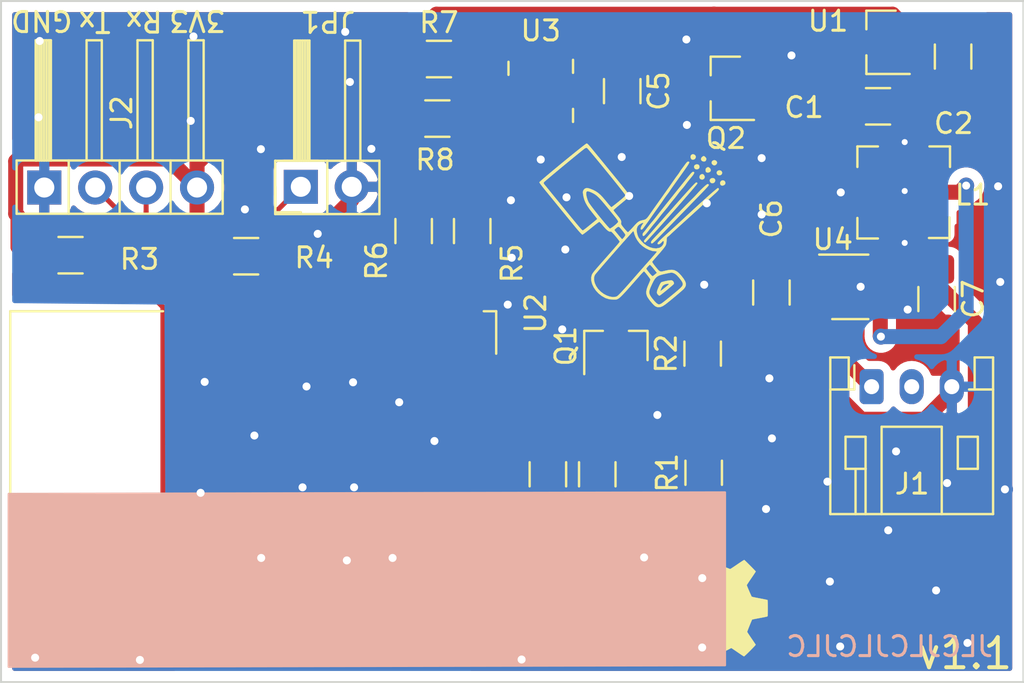
<source format=kicad_pcb>
(kicad_pcb (version 20171130) (host pcbnew "(5.1.5-0-10_14)")
  (layers (0 F.Cu signal hide) (31 B.Cu signal hide) (34 B.Paste user hide) (35 F.Paste user hide) (36 B.SilkS user hide) (37 F.SilkS user hide) (38 B.Mask user hide) (39 F.Mask user hide) (44 Edge.Cuts user))
  (net 0 "")
  (net 1 GND)
  (net 2 "Net-(JP1-Pad1)")
  (net 3 "Net-(R1-Pad2)")
  (net 4 "Net-(R3-Pad2)")
  (net 5 "Net-(U2-Pad1)")
  (net 6 "Net-(R5-Pad2)")
  (net 7 +3V3)
  (net 8 +BATT)
  (net 9 /Rx)
  (net 10 "Net-(C5-Pad1)")
  (net 11 "Net-(Q1-Pad3)")
  (net 12 "Net-(Q1-Pad1)")
  (net 13 "Net-(Q2-Pad1)")
  (net 14 "Net-(R6-Pad1)")
  (net 15 "Net-(R7-Pad2)")
  (net 16 "Net-(R8-Pad2)")
  (net 17 "Net-(J2-Pad2)")
  (net 18 "Net-(L1-Pad1)")
  (module Capacitor_SMD:C_1206_3216Metric_Pad1.42x1.75mm_HandSolder (layer F.Cu) (at 60.25896 28.59582 270)
    (fp_text reference C7 (at 0 -1.82 90) (layer F.SilkS))
    (fp_text value 10uF)
    (pad 2 smd roundrect (at 1.4875 0 270) (size 1.425 1.75) (layers F.Cu F.Paste F.Mask) (roundrect_rratio 0.175439) (net 1 GND))
    (pad 1 smd roundrect (at -1.4875 0 270) (size 1.425 1.75) (layers F.Cu F.Paste F.Mask) (roundrect_rratio 0.175439) (net 7 +3V3))
  )
  (module kicad-custom:ganthorpe-fibre (layer F.Cu) (at 45.43044 24.80012)
    (fp_text reference G*** hide)
    (fp_text value LOGO hide)
  )
  (module kicad-custom:open-hardware (layer F.Cu) (at 48.8188 43.71804)
    (fp_text reference G*** hide)
    (fp_text value LOGO hide)
  )
  (module Connector_PinHeader_2.54mm:PinHeader_1x04_P2.54mm_Horizontal (layer F.Cu) (at 15.748 23.0272 90)
    (fp_text reference J2 (at 3.7338 3.8608 270) (layer F.SilkS))
    (fp_text value UART)
    (pad 1 thru_hole rect (at 0 0 90) (size 1.7 1.7) (drill 1) (layers *.Cu *.Mask) (net 1 GND))
    (pad 2 thru_hole oval (at 0 2.54 90) (size 1.7 1.7) (drill 1) (layers *.Cu *.Mask) (net 17 "Net-(J2-Pad2)"))
    (pad 3 thru_hole oval (at 0 5.08 90) (size 1.7 1.7) (drill 1) (layers *.Cu *.Mask) (net 9 /Rx))
    (pad 4 thru_hole oval (at 0 7.62 90) (size 1.7 1.7) (drill 1) (layers *.Cu *.Mask) (net 7 +3V3))
  )
  (module Connector_PinHeader_2.54mm:PinHeader_1x02_P2.54mm_Horizontal (layer F.Cu) (at 28.54452 22.99164 90)
    (fp_text reference JP1 (at 8.255 1.3462 180 unlocked) (layer F.SilkS))
    (fp_text value Download)
    (pad 1 thru_hole rect (at 0 0 90) (size 1.7 1.7) (drill 1) (layers *.Cu *.Mask) (net 2 "Net-(JP1-Pad1)"))
    (pad 2 thru_hole oval (at 0 2.54 90) (size 1.7 1.7) (drill 1) (layers *.Cu *.Mask) (net 1 GND))
  )
  (module kicad-custom:L_Bourns-SRN4012 (layer F.Cu) (at 58.81724 22.98588)
    (fp_text reference L1 (at 3.24004 0.41216) (layer F.SilkS))
    (fp_text value 10uH)
    (pad 2 smd rect (at 1.175 0.275) (size 1.5 4.2) (layers F.Cu F.Paste F.Mask) (net 7 +3V3))
    (pad 1 smd rect (at -1.525 0.275) (size 1.5 4.2) (layers F.Cu F.Paste F.Mask) (net 18 "Net-(L1-Pad1)"))
  )
  (module Package_TO_SOT_SMD:SOT-23-5 (layer F.Cu) (at 55.95348 27.98532)
    (fp_text reference U4 (at -0.87104 -2.36216) (layer F.SilkS))
    (fp_text value TPS62203)
    (pad 5 smd rect (at 1.1 -0.95) (size 1.06 0.65) (layers F.Cu F.Paste F.Mask) (net 18 "Net-(L1-Pad1)"))
    (pad 4 smd rect (at 1.1 0.95) (size 1.06 0.65) (layers F.Cu F.Paste F.Mask) (net 7 +3V3))
    (pad 3 smd rect (at -1.1 0.95) (size 1.06 0.65) (layers F.Cu F.Paste F.Mask) (net 8 +BATT))
    (pad 2 smd rect (at -1.1 0) (size 1.06 0.65) (layers F.Cu F.Paste F.Mask) (net 1 GND))
    (pad 1 smd rect (at -1.1 -0.95) (size 1.06 0.65) (layers F.Cu F.Paste F.Mask) (net 8 +BATT))
  )
  (module Capacitor_SMD:C_1206_3216Metric_Pad1.42x1.75mm_HandSolder (layer F.Cu) (at 52.0192 28.26882 270)
    (fp_text reference C6 (at -3.67886 0 90) (layer F.SilkS))
    (fp_text value 4.7uF)
    (pad 2 smd roundrect (at 1.4875 0 270) (size 1.425 1.75) (layers F.Cu F.Paste F.Mask) (roundrect_rratio 0.175439) (net 1 GND))
    (pad 1 smd roundrect (at -1.4875 0 270) (size 1.425 1.75) (layers F.Cu F.Paste F.Mask) (roundrect_rratio 0.175439) (net 8 +BATT))
  )
  (module RF_Module:ESP-12E (layer F.Cu) (at 26.17 37.322 90)
    (fp_text reference U2 (at 8.021 14.089 90) (layer F.SilkS))
    (fp_text value ESP-12F)
    (pad 1 smd rect (at -7.6 -3.5 90) (size 2.5 1) (layers F.Cu F.Paste F.Mask) (net 5 "Net-(U2-Pad1)"))
    (pad 2 smd rect (at -7.6 -1.5 90) (size 2.5 1) (layers F.Cu F.Paste F.Mask) (net 3 "Net-(R1-Pad2)"))
    (pad 3 smd rect (at -7.6 0.5 90) (size 2.5 1) (layers F.Cu F.Paste F.Mask) (net 4 "Net-(R3-Pad2)"))
    (pad 4 smd rect (at -7.6 2.5 90) (size 2.5 1) (layers F.Cu F.Paste F.Mask) (net 5 "Net-(U2-Pad1)"))
    (pad 5 smd rect (at -7.6 4.5 90) (size 2.5 1) (layers F.Cu F.Paste F.Mask))
    (pad 6 smd rect (at -7.6 6.5 90) (size 2.5 1) (layers F.Cu F.Paste F.Mask) (net 13 "Net-(Q2-Pad1)"))
    (pad 7 smd rect (at -7.6 8.5 90) (size 2.5 1) (layers F.Cu F.Paste F.Mask) (net 12 "Net-(Q1-Pad1)"))
    (pad 8 smd rect (at -7.6 10.5 90) (size 2.5 1) (layers F.Cu F.Paste F.Mask) (net 7 +3V3))
    (pad 9 smd rect (at -5 12 90) (size 1 1.8) (layers F.Cu F.Paste F.Mask))
    (pad 10 smd rect (at -3 12 90) (size 1 1.8) (layers F.Cu F.Paste F.Mask))
    (pad 11 smd rect (at -1 12 90) (size 1 1.8) (layers F.Cu F.Paste F.Mask))
    (pad 12 smd rect (at 1 12 90) (size 1 1.8) (layers F.Cu F.Paste F.Mask))
    (pad 13 smd rect (at 3 12 90) (size 1 1.8) (layers F.Cu F.Paste F.Mask))
    (pad 14 smd rect (at 5 12 90) (size 1 1.8) (layers F.Cu F.Paste F.Mask))
    (pad 15 smd rect (at 7.6 10.5 90) (size 2.5 1) (layers F.Cu F.Paste F.Mask) (net 1 GND))
    (pad 16 smd rect (at 7.6 8.5 90) (size 2.5 1) (layers F.Cu F.Paste F.Mask) (net 14 "Net-(R6-Pad1)"))
    (pad 17 smd rect (at 7.6 6.5 90) (size 2.5 1) (layers F.Cu F.Paste F.Mask) (net 6 "Net-(R5-Pad2)"))
    (pad 18 smd rect (at 7.6 4.5 90) (size 2.5 1) (layers F.Cu F.Paste F.Mask) (net 2 "Net-(JP1-Pad1)"))
    (pad 19 smd rect (at 7.6 2.5 90) (size 2.5 1) (layers F.Cu F.Paste F.Mask) (net 16 "Net-(R8-Pad2)"))
    (pad 20 smd rect (at 7.6 0.5 90) (size 2.5 1) (layers F.Cu F.Paste F.Mask) (net 15 "Net-(R7-Pad2)"))
    (pad 21 smd rect (at 7.6 -1.5 90) (size 2.5 1) (layers F.Cu F.Paste F.Mask) (net 9 /Rx))
    (pad 22 smd rect (at 7.6 -3.5 90) (size 2.5 1) (layers F.Cu F.Paste F.Mask) (net 17 "Net-(J2-Pad2)"))
  )
  (module Resistor_SMD:R_1206_3216Metric_Pad1.42x1.75mm_HandSolder (layer F.Cu) (at 37.09416 25.2005 90)
    (fp_text reference R6 (at -1.4843 -4.7752 90) (layer F.SilkS))
    (fp_text value 10K)
    (pad 2 smd roundrect (at 1.4875 0 90) (size 1.425 1.75) (layers F.Cu F.Paste F.Mask) (roundrect_rratio 0.175439) (net 1 GND))
    (pad 1 smd roundrect (at -1.4875 0 90) (size 1.425 1.75) (layers F.Cu F.Paste F.Mask) (roundrect_rratio 0.175439) (net 14 "Net-(R6-Pad1)"))
  )
  (module Package_TO_SOT_SMD:SOT-23 (layer F.Cu) (at 49.7492 18.0742 180)
    (fp_text reference Q2 (at 0 -2.5) (layer F.SilkS))
    (fp_text value BSS84)
    (pad 3 smd rect (at 1 0 180) (size 0.9 0.8) (layers F.Cu F.Paste F.Mask) (net 10 "Net-(C5-Pad1)"))
    (pad 2 smd rect (at -1 0.95 180) (size 0.9 0.8) (layers F.Cu F.Paste F.Mask) (net 7 +3V3))
    (pad 1 smd rect (at -1 -0.95 180) (size 0.9 0.8) (layers F.Cu F.Paste F.Mask) (net 13 "Net-(Q2-Pad1)"))
  )
  (module Resistor_SMD:R_1206_3216Metric_Pad1.42x1.75mm_HandSolder (layer F.Cu) (at 35.3568 19.5855)
    (fp_text reference R8 (at -0.11684 2.05994) (layer F.SilkS))
    (fp_text value 10K)
    (pad 2 smd roundrect (at 1.4875 0) (size 1.425 1.75) (layers F.Cu F.Paste F.Mask) (roundrect_rratio 0.175439) (net 16 "Net-(R8-Pad2)"))
    (pad 1 smd roundrect (at -1.4875 0) (size 1.425 1.75) (layers F.Cu F.Paste F.Mask) (roundrect_rratio 0.175439) (net 7 +3V3))
  )
  (module Resistor_SMD:R_1206_3216Metric_Pad1.42x1.75mm_HandSolder (layer F.Cu) (at 35.4346 16.6137)
    (fp_text reference R7 (at 0 -1.82) (layer F.SilkS))
    (fp_text value 10K)
    (pad 2 smd roundrect (at 1.4875 0) (size 1.425 1.75) (layers F.Cu F.Paste F.Mask) (roundrect_rratio 0.175439) (net 15 "Net-(R7-Pad2)"))
    (pad 1 smd roundrect (at -1.4875 0) (size 1.425 1.75) (layers F.Cu F.Paste F.Mask) (roundrect_rratio 0.175439) (net 7 +3V3))
  )
  (module Resistor_SMD:R_1206_3216Metric_Pad1.42x1.75mm_HandSolder (layer F.Cu) (at 34.17316 25.2005 270)
    (fp_text reference R5 (at 1.6113 -4.9022 90) (layer F.SilkS))
    (fp_text value 10K)
    (pad 2 smd roundrect (at 1.4875 0 270) (size 1.425 1.75) (layers F.Cu F.Paste F.Mask) (roundrect_rratio 0.175439) (net 6 "Net-(R5-Pad2)"))
    (pad 1 smd roundrect (at -1.4875 0 270) (size 1.425 1.75) (layers F.Cu F.Paste F.Mask) (roundrect_rratio 0.175439) (net 7 +3V3))
  )
  (module Resistor_SMD:R_1206_3216Metric_Pad1.42x1.75mm_HandSolder (layer F.Cu) (at 25.8175 26.4562)
    (fp_text reference R4 (at 3.3925 0.0762) (layer F.SilkS))
    (fp_text value 10K)
    (pad 2 smd roundrect (at 1.4875 0) (size 1.425 1.75) (layers F.Cu F.Paste F.Mask) (roundrect_rratio 0.175439) (net 2 "Net-(JP1-Pad1)"))
    (pad 1 smd roundrect (at -1.4875 0) (size 1.425 1.75) (layers F.Cu F.Paste F.Mask) (roundrect_rratio 0.175439) (net 7 +3V3))
  )
  (module Resistor_SMD:R_1206_3216Metric_Pad1.42x1.75mm_HandSolder (layer F.Cu) (at 17.0577 26.4054)
    (fp_text reference R3 (at 3.4401 0.2032) (layer F.SilkS))
    (fp_text value 10K)
    (pad 2 smd roundrect (at 1.4875 0) (size 1.425 1.75) (layers F.Cu F.Paste F.Mask) (roundrect_rratio 0.175439) (net 4 "Net-(R3-Pad2)"))
    (pad 1 smd roundrect (at -1.4875 0) (size 1.425 1.75) (layers F.Cu F.Paste F.Mask) (roundrect_rratio 0.175439) (net 7 +3V3))
  )
  (module Package_TO_SOT_SMD:SOT-23 (layer F.Cu) (at 57.51576 15.77804 180)
    (fp_text reference U1 (at 2.67208 1.05664) (layer F.SilkS))
    (fp_text value MCP1700)
    (pad 3 smd rect (at 1 0 180) (size 0.9 0.8) (layers F.Cu F.Paste F.Mask) (net 8 +BATT))
    (pad 2 smd rect (at -1 0.95 180) (size 0.9 0.8) (layers F.Cu F.Paste F.Mask) (net 7 +3V3))
    (pad 1 smd rect (at -1 -0.95 180) (size 0.9 0.8) (layers F.Cu F.Paste F.Mask) (net 1 GND))
  )
  (module Resistor_SMD:R_1206_3216Metric_Pad1.42x1.75mm_HandSolder (layer F.Cu) (at 48.5902 31.3187 90)
    (fp_text reference R2 (at 0 -1.82 90) (layer F.SilkS))
    (fp_text value 100K)
    (pad 2 smd roundrect (at 1.4875 0 90) (size 1.425 1.75) (layers F.Cu F.Paste F.Mask) (roundrect_rratio 0.175439) (net 1 GND))
    (pad 1 smd roundrect (at -1.4875 0 90) (size 1.425 1.75) (layers F.Cu F.Paste F.Mask) (roundrect_rratio 0.175439) (net 3 "Net-(R1-Pad2)"))
  )
  (module Resistor_SMD:R_1206_3216Metric_Pad1.42x1.75mm_HandSolder (layer F.Cu) (at 48.641 37.2655 90)
    (fp_text reference R1 (at 0 -1.82 90) (layer F.SilkS))
    (fp_text value 330K)
    (pad 2 smd roundrect (at 1.4875 0 90) (size 1.425 1.75) (layers F.Cu F.Paste F.Mask) (roundrect_rratio 0.175439) (net 3 "Net-(R1-Pad2)"))
    (pad 1 smd roundrect (at -1.4875 0 90) (size 1.425 1.75) (layers F.Cu F.Paste F.Mask) (roundrect_rratio 0.175439) (net 11 "Net-(Q1-Pad3)"))
  )
  (module Package_TO_SOT_SMD:SOT-23 (layer F.Cu) (at 44.262 30.9426 90)
    (fp_text reference Q1 (at 0 -2.5 90) (layer F.SilkS))
    (fp_text value BSS84)
    (pad 3 smd rect (at 1 0 90) (size 0.9 0.8) (layers F.Cu F.Paste F.Mask) (net 11 "Net-(Q1-Pad3)"))
    (pad 2 smd rect (at -1 0.95 90) (size 0.9 0.8) (layers F.Cu F.Paste F.Mask) (net 8 +BATT))
    (pad 1 smd rect (at -1 -0.95 90) (size 0.9 0.8) (layers F.Cu F.Paste F.Mask) (net 12 "Net-(Q1-Pad1)"))
  )
  (module Capacitor_SMD:C_1206_3216Metric_Pad1.42x1.75mm_HandSolder (layer F.Cu) (at 61.08192 16.49018 270)
    (fp_text reference C2 (at 3.3385 -0.0254 180) (layer F.SilkS))
    (fp_text value 1uF)
    (pad 2 smd roundrect (at 1.4875 0 270) (size 1.425 1.75) (layers F.Cu F.Paste F.Mask) (roundrect_rratio 0.175439) (net 1 GND))
    (pad 1 smd roundrect (at -1.4875 0 270) (size 1.425 1.75) (layers F.Cu F.Paste F.Mask) (roundrect_rratio 0.175439) (net 7 +3V3))
  )
  (module Capacitor_SMD:C_1206_3216Metric_Pad1.42x1.75mm_HandSolder (layer F.Cu) (at 57.33702 18.97336)
    (fp_text reference C1 (at -3.69222 0.05588) (layer F.SilkS))
    (fp_text value 1uF)
    (pad 2 smd roundrect (at 1.4875 0) (size 1.425 1.75) (layers F.Cu F.Paste F.Mask) (roundrect_rratio 0.175439) (net 1 GND))
    (pad 1 smd roundrect (at -1.4875 0) (size 1.425 1.75) (layers F.Cu F.Paste F.Mask) (roundrect_rratio 0.175439) (net 8 +BATT))
  )
  (module Package_DFN_QFN:DFN-6-1EP_3x3mm_P1mm_EP1.5x2.4mm (layer F.Cu) (at 40.513 18.252 90)
    (fp_text reference U3 (at 3.048 0 180) (layer F.SilkS))
    (fp_text value Si7021)
    (pad 1 smd roundrect (at -1.7 -1 90) (size 1.3 0.4) (layers F.Cu F.Paste F.Mask) (net 16 "Net-(R8-Pad2)"))
    (pad 2 smd roundrect (at -1.7 0 90) (size 1.3 0.4) (layers F.Cu F.Paste F.Mask) (net 1 GND))
    (pad 3 smd roundrect (at -1.7 1 90) (size 1.3 0.4) (layers F.Cu F.Paste F.Mask))
    (pad 4 smd roundrect (at 1.7 1 90) (size 1.3 0.4) (layers F.Cu F.Paste F.Mask))
    (pad 5 smd roundrect (at 1.7 0 90) (size 1.3 0.4) (layers F.Cu F.Paste F.Mask) (net 10 "Net-(C5-Pad1)"))
    (pad 6 smd roundrect (at 1.7 -1 90) (size 1.3 0.4) (layers F.Cu F.Paste F.Mask) (net 15 "Net-(R7-Pad2)"))
    (pad 7 smd rect (at 0 0 90) (size 1.5 3.9) (layers F.Cu F.Mask))
  )
  (module Capacitor_SMD:C_1206_3216Metric_Pad1.42x1.75mm_HandSolder (layer F.Cu) (at 40.8686 37.3417 90)
    (fp_text reference C3 (at -3.5925 -0.0508 90) (layer F.SilkS))
    (fp_text value 0.1uF)
    (pad 2 smd roundrect (at 1.4875 0 90) (size 1.425 1.75) (layers F.Cu F.Paste F.Mask) (roundrect_rratio 0.175439) (net 1 GND))
    (pad 1 smd roundrect (at -1.4875 0 90) (size 1.425 1.75) (layers F.Cu F.Paste F.Mask) (roundrect_rratio 0.175439) (net 7 +3V3))
  )
  (module Capacitor_SMD:C_1206_3216Metric_Pad1.42x1.75mm_HandSolder (layer F.Cu) (at 43.3324 37.3417 90)
    (fp_text reference C4 (at -3.4147 0.1016 90) (layer F.SilkS))
    (fp_text value 10uF)
    (pad 2 smd roundrect (at 1.4875 0 90) (size 1.425 1.75) (layers F.Cu F.Paste F.Mask) (roundrect_rratio 0.175439) (net 1 GND))
    (pad 1 smd roundrect (at -1.4875 0 90) (size 1.425 1.75) (layers F.Cu F.Paste F.Mask) (roundrect_rratio 0.175439) (net 7 +3V3))
  )
  (module Capacitor_SMD:C_1206_3216Metric_Pad1.42x1.75mm_HandSolder (layer F.Cu) (at 44.577 18.2155 270)
    (fp_text reference C5 (at 0 -1.82 90) (layer F.SilkS))
    (fp_text value 0.1uF)
    (pad 1 smd roundrect (at -1.4875 0 270) (size 1.425 1.75) (layers F.Cu F.Paste F.Mask) (roundrect_rratio 0.175439) (net 10 "Net-(C5-Pad1)"))
    (pad 2 smd roundrect (at 1.4875 0 270) (size 1.425 1.75) (layers F.Cu F.Paste F.Mask) (roundrect_rratio 0.175439) (net 1 GND))
  )
  (module Connector_JST:JST_PH_S3B-PH-K_1x03_P2.00mm_Horizontal (layer F.Cu) (at 57.01588 32.96876)
    (fp_text reference J1 (at 2.02184 4.85648) (layer F.SilkS))
    (fp_text value Battery)
    (pad 1 thru_hole roundrect (at 0 0) (size 1.2 1.75) (drill 0.75) (layers *.Cu *.Mask) (roundrect_rratio 0.208333) (net 8 +BATT))
    (pad 2 thru_hole oval (at 2 0) (size 1.2 1.75) (drill 0.75) (layers *.Cu *.Mask))
    (pad 3 thru_hole oval (at 4 0) (size 1.2 1.75) (drill 0.75) (layers *.Cu *.Mask) (net 1 GND))
  )
  (gr_poly (pts (xy 49.7078 46.8778) (xy 13.97 46.954) (xy 13.97 38.318) (xy 49.7078 38.2418)) (layer B.SilkS) (width 0.1))
  (gr_text JLCJLCJLCJLC (at 57.912 45.938) (layer B.SilkS) (effects (font (size 1 1) (thickness 0.153)) (justify mirror)))
  (gr_text v1.1 (at 61.66612 46.28852) (layer F.SilkS) (effects (font (size 1.5 1.5) (thickness 0.2))))
  (gr_text 3V3 (at 23.368 14.696 180) (layer F.SilkS) (effects (font (size 1 1) (thickness 0.153))))
  (gr_text GND (at 15.621 14.696 180) (layer F.SilkS) (effects (font (size 1 1) (thickness 0.153))))
  (gr_text Tx (at 18.2626 14.7468 180) (layer F.SilkS) (effects (font (size 1 1) (thickness 0.153))))
  (gr_text Rx (at 20.7264 14.7214 180) (layer F.SilkS) (effects (font (size 1 1) (thickness 0.153))))
  (gr_line (start 13.589 13.716) (end 64.589 13.716) (layer Edge.Cuts) (width 0.1))
  (gr_line (start 64.589 13.716) (end 64.589 47.716) (layer Edge.Cuts) (width 0.1))
  (gr_line (start 13.589 47.716) (end 64.589 47.716) (layer Edge.Cuts) (width 0.1))
  (gr_line (start 13.589 13.716) (end 13.589 47.716) (layer Edge.Cuts) (width 0.1))
  (via (at 63.32728 22.96624) (size 0.8) (drill 0.4) (layers F.Cu B.Cu) (net 1))
  (segment (start 37.34816 23.459) (end 37.09416 23.713) (width 0.75) (layer F.Cu) (net 1))
  (segment (start 44.704 19.83) (end 44.577 19.703) (width 0.75) (layer F.Cu) (net 1))
  (segment (start 37.22116 23.586) (end 37.09416 23.713) (width 0.75) (layer F.Cu) (net 1))
  (segment (start 38.005002 29.722) (end 37.92 29.722) (width 0.75) (layer F.Cu) (net 1))
  (segment (start 42.0243 33.741298) (end 38.005002 29.722) (width 0.75) (layer F.Cu) (net 1))
  (via (at 44.5516 21.5032) (size 0.8) (drill 0.4) (layers F.Cu B.Cu) (net 1))
  (via (at 39.02456 23.6622) (size 0.8) (drill 0.4) (layers F.Cu B.Cu) (net 1))
  (via (at 40.513 21.6302) (size 0.8) (drill 0.4) (layers F.Cu B.Cu) (net 1))
  (segment (start 36.67 29.722) (end 37.92 29.722) (width 0.75) (layer F.Cu) (net 1))
  (segment (start 40.513 21.6302) (end 40.513 19.952) (width 0.75) (layer F.Cu) (net 1))
  (segment (start 44.577 21.4778) (end 44.5516 21.5032) (width 0.75) (layer F.Cu) (net 1))
  (segment (start 44.577 19.703) (end 44.577 21.4778) (width 0.75) (layer F.Cu) (net 1))
  (segment (start 38.97376 23.713) (end 39.02456 23.6622) (width 0.75) (layer F.Cu) (net 1))
  (segment (start 37.09416 23.713) (end 38.97376 23.713) (width 0.75) (layer F.Cu) (net 1))
  (via (at 48.6664 27.8786) (size 0.8) (drill 0.4) (layers F.Cu B.Cu) (net 1))
  (segment (start 48.6664 29.755) (end 48.5902 29.8312) (width 0.75) (layer F.Cu) (net 1))
  (segment (start 48.6664 27.8786) (end 48.6664 29.755) (width 0.75) (layer F.Cu) (net 1))
  (via (at 29.3878 25.3386) (size 0.8) (drill 0.4) (layers F.Cu B.Cu) (net 1))
  (via (at 61.7982 45.7602) (size 0.8) (drill 0.4) (layers F.Cu B.Cu) (net 1))
  (via (at 48.5648 45.9888) (size 0.8) (drill 0.4) (layers F.Cu B.Cu) (net 1))
  (via (at 33.1216 41.5184) (size 0.8) (drill 0.4) (layers F.Cu B.Cu) (net 1))
  (via (at 26.5684 41.5184) (size 0.8) (drill 0.4) (layers F.Cu B.Cu) (net 1))
  (via (at 23.749 32.73) (size 0.8) (drill 0.4) (layers F.Cu B.Cu) (net 1))
  (via (at 33.4518 33.746) (size 0.8) (drill 0.4) (layers F.Cu B.Cu) (net 1))
  (via (at 23.5458 38.2672) (size 0.8) (drill 0.4) (layers F.Cu B.Cu) (net 1))
  (via (at 28.829 32.9586) (size 0.8) (drill 0.4) (layers F.Cu B.Cu) (net 1))
  (via (at 15.5194 15.712) (size 0.8) (drill 0.4) (layers F.Cu B.Cu) (net 1))
  (via (at 23.1902 15.4834) (size 0.8) (drill 0.4) (layers F.Cu B.Cu) (net 1))
  (via (at 30.7594 15.2548) (size 0.8) (drill 0.4) (layers F.Cu B.Cu) (net 1))
  (via (at 26.55316 21.11204) (size 0.8) (drill 0.4) (layers F.Cu B.Cu) (net 1))
  (via (at 48.7934 23.8146) (size 0.8) (drill 0.4) (layers F.Cu B.Cu) (net 1))
  (via (at 55.4482 45.938) (size 0.8) (drill 0.4) (layers F.Cu B.Cu) (net 1))
  (via (at 15.2908 46.4968) (size 0.8) (drill 0.4) (layers F.Cu B.Cu) (net 1))
  (segment (start 40.8686 34.896998) (end 40.8686 35.8542) (width 0.75) (layer F.Cu) (net 1))
  (segment (start 42.0243 33.741298) (end 40.8686 34.896998) (width 0.75) (layer F.Cu) (net 1))
  (segment (start 43.3324 35.049398) (end 43.3324 35.8542) (width 0.75) (layer F.Cu) (net 1))
  (segment (start 42.0243 33.741298) (end 43.3324 35.049398) (width 0.75) (layer F.Cu) (net 1))
  (via (at 45.6692 41.493) (size 0.8) (drill 0.4) (layers F.Cu B.Cu) (net 1))
  (via (at 51.9176 32.5522) (size 0.8) (drill 0.4) (layers F.Cu B.Cu) (net 1))
  (via (at 46.3296 34.381) (size 0.8) (drill 0.4) (layers F.Cu B.Cu) (net 1))
  (via (at 47.7774 15.6358) (size 0.8) (drill 0.4) (layers F.Cu B.Cu) (net 1))
  (segment (start 59.22076 17.0368) (end 58.912 16.72804) (width 0.75) (layer F.Cu) (net 1))
  (segment (start 59.22076 18.97336) (end 59.22076 17.0368) (width 0.75) (layer F.Cu) (net 1))
  (via (at 53.01996 16.43336) (size 0.8) (drill 0.4) (layers F.Cu B.Cu) (net 1))
  (via (at 54.8132 37.7084) (size 0.8) (drill 0.4) (layers F.Cu B.Cu) (net 1))
  (via (at 60.7822 37.77952) (size 0.8) (drill 0.4) (layers F.Cu B.Cu) (net 1))
  (segment (start 31.08452 23.64188) (end 31.08452 22.99164) (width 0.75) (layer F.Cu) (net 1))
  (segment (start 29.3878 25.3386) (end 31.08452 23.64188) (width 0.75) (layer F.Cu) (net 1))
  (via (at 56.46928 27.9802) (size 0.8) (drill 0.4) (layers F.Cu B.Cu) (net 1))
  (segment (start 58.554721 28.857841) (end 58.81562 29.11874) (width 0.75) (layer F.Cu) (net 1))
  (segment (start 58.554721 28.150319) (end 58.554721 28.857841) (width 0.75) (layer F.Cu) (net 1))
  (segment (start 59.7802 30.08332) (end 60.6552 30.08332) (width 0.75) (layer F.Cu) (net 1))
  (segment (start 60.16164 17.97768) (end 58.912 16.72804) (width 0.75) (layer F.Cu) (net 1))
  (segment (start 61.47816 17.97768) (end 60.16164 17.97768) (width 0.75) (layer F.Cu) (net 1))
  (segment (start 61.01588 30.444) (end 60.6552 30.08332) (width 0.75) (layer F.Cu) (net 1))
  (segment (start 61.01588 32.96876) (end 61.01588 30.444) (width 0.75) (layer F.Cu) (net 1))
  (segment (start 61.01588 33.24376) (end 61.01588 32.96876) (width 0.75) (layer F.Cu) (net 1))
  (segment (start 59.66588 34.59376) (end 61.01588 33.24376) (width 0.75) (layer F.Cu) (net 1))
  (segment (start 56.499136 34.59376) (end 59.66588 34.59376) (width 0.75) (layer F.Cu) (net 1))
  (segment (start 52.41544 30.510064) (end 56.499136 34.59376) (width 0.75) (layer F.Cu) (net 1))
  (segment (start 52.41544 29.75632) (end 52.41544 30.510064) (width 0.75) (layer F.Cu) (net 1))
  (segment (start 38.01654 29.722) (end 38.466532 29.272008) (width 0.75) (layer F.Cu) (net 1))
  (segment (start 37.92 29.722) (end 38.01654 29.722) (width 0.75) (layer F.Cu) (net 1))
  (via (at 38.866531 28.872009) (size 0.8) (drill 0.4) (layers F.Cu B.Cu) (net 1))
  (segment (start 38.466532 29.272008) (end 38.866531 28.872009) (width 0.75) (layer F.Cu) (net 1))
  (via (at 55.47868 23.27104) (size 0.8) (drill 0.4) (layers F.Cu B.Cu) (net 1))
  (segment (start 56.46416 27.98532) (end 56.46928 27.9802) (width 0.75) (layer F.Cu) (net 1))
  (segment (start 55.24972 27.98532) (end 56.46416 27.98532) (width 0.75) (layer F.Cu) (net 1))
  (segment (start 58.384602 27.9802) (end 58.439721 28.035319) (width 0.75) (layer F.Cu) (net 1))
  (segment (start 56.46928 27.9802) (end 58.384602 27.9802) (width 0.75) (layer F.Cu) (net 1))
  (segment (start 58.667239 27.697563) (end 58.384602 27.9802) (width 0.75) (layer F.Cu) (net 1))
  (segment (start 58.667239 20.005641) (end 58.667239 20.758121) (width 0.75) (layer F.Cu) (net 1))
  (segment (start 58.82452 19.84836) (end 58.667239 20.005641) (width 0.75) (layer F.Cu) (net 1))
  (segment (start 58.82452 18.97336) (end 58.82452 19.84836) (width 0.75) (layer F.Cu) (net 1))
  (segment (start 58.667239 20.758121) (end 58.667239 23.201601) (width 0.75) (layer F.Cu) (net 1))
  (via (at 58.667239 20.758121) (size 0.6) (drill 0.3) (layers F.Cu B.Cu) (net 1))
  (segment (start 58.667239 25.792401) (end 58.667239 27.697563) (width 0.75) (layer F.Cu) (net 1))
  (via (at 58.667239 25.792401) (size 0.6) (drill 0.3) (layers F.Cu B.Cu) (net 1))
  (segment (start 58.667239 23.201601) (end 58.667239 25.792401) (width 0.75) (layer F.Cu) (net 1))
  (via (at 58.667239 23.201601) (size 0.6) (drill 0.3) (layers F.Cu B.Cu) (net 1))
  (via (at 51.53152 21.55908) (size 0.8) (drill 0.4) (layers F.Cu B.Cu) (net 1))
  (via (at 51.53152 24.3734) (size 0.8) (drill 0.4) (layers F.Cu B.Cu) (net 1))
  (via (at 60.23356 43.13892) (size 0.8) (drill 0.4) (layers F.Cu B.Cu) (net 1))
  (via (at 54.93512 42.69696) (size 0.8) (drill 0.4) (layers F.Cu B.Cu) (net 1))
  (via (at 48.56988 42.52424) (size 0.8) (drill 0.4) (layers F.Cu B.Cu) (net 1))
  (via (at 57.84596 40.13664) (size 0.8) (drill 0.4) (layers F.Cu B.Cu) (net 1))
  (via (at 51.74996 39.07492) (size 0.8) (drill 0.4) (layers F.Cu B.Cu) (net 1))
  (via (at 39.55796 46.58824) (size 0.8) (drill 0.4) (layers F.Cu B.Cu) (net 1))
  (via (at 63.66764 38.09448) (size 0.8) (drill 0.4) (layers F.Cu B.Cu) (net 1))
  (via (at 63.43396 27.74144) (size 0.8) (drill 0.4) (layers F.Cu B.Cu) (net 1))
  (via (at 39.0652 26.5324) (size 0.8) (drill 0.4) (layers F.Cu B.Cu) (net 1))
  (via (at 41.73728 26.12092) (size 0.8) (drill 0.4) (layers F.Cu B.Cu) (net 1))
  (via (at 44.92244 23.44884) (size 0.8) (drill 0.4) (layers F.Cu B.Cu) (net 1))
  (via (at 47.8028 19.903) (size 0.8) (drill 0.4) (layers F.Cu B.Cu) (net 1))
  (via (at 35.20948 35.68148) (size 0.8) (drill 0.4) (layers F.Cu B.Cu) (net 1))
  (via (at 28.63088 37.99288) (size 0.8) (drill 0.4) (layers F.Cu B.Cu) (net 1))
  (via (at 30.84068 41.64032) (size 0.8) (drill 0.4) (layers F.Cu B.Cu) (net 1))
  (via (at 31.20136 37.99288) (size 0.8) (drill 0.4) (layers F.Cu B.Cu) (net 1))
  (via (at 31.15056 32.75032) (size 0.8) (drill 0.4) (layers F.Cu B.Cu) (net 1))
  (via (at 15.46352 19.522) (size 0.8) (drill 0.4) (layers F.Cu B.Cu) (net 1))
  (via (at 23.05304 19.6998) (size 0.8) (drill 0.4) (layers F.Cu B.Cu) (net 1))
  (via (at 30.99308 17.75924) (size 0.8) (drill 0.4) (layers F.Cu B.Cu) (net 1))
  (via (at 41.58488 30.10872) (size 0.8) (drill 0.4) (layers F.Cu B.Cu) (net 1))
  (via (at 26.22804 35.40716) (size 0.8) (drill 0.4) (layers F.Cu B.Cu) (net 1))
  (segment (start 58.81562 29.11874) (end 59.7802 30.08332) (width 0.75) (layer F.Cu) (net 1))
  (via (at 58.81562 29.11874) (size 0.8) (drill 0.4) (layers F.Cu B.Cu) (net 1))
  (via (at 58.23712 36.19964) (size 0.8) (drill 0.4) (layers F.Cu B.Cu) (net 1))
  (via (at 52.0446 35.5494) (size 0.8) (drill 0.4) (layers F.Cu B.Cu) (net 1))
  (via (at 20.51812 46.60856) (size 0.8) (drill 0.4) (layers F.Cu B.Cu) (net 1))
  (via (at 25.7556 24.1194) (size 0.8) (drill 0.4) (layers F.Cu B.Cu) (net 1))
  (via (at 32.06496 21.0968) (size 0.8) (drill 0.4) (layers F.Cu B.Cu) (net 1))
  (via (at 41.79824 23.51488) (size 0.8) (drill 0.4) (layers F.Cu B.Cu) (net 1))
  (segment (start 30.8229 29.5691) (end 30.67 29.722) (width 0.25) (layer F.Cu) (net 2))
  (segment (start 25.844999 27.203701) (end 26.5925 26.4562) (width 0.25) (layer F.Cu) (net 2))
  (segment (start 25.844999 31.232001) (end 25.844999 27.203701) (width 0.25) (layer F.Cu) (net 2))
  (segment (start 25.909999 31.297001) (end 25.844999 31.232001) (width 0.25) (layer F.Cu) (net 2))
  (segment (start 29.430001 31.297001) (end 25.909999 31.297001) (width 0.25) (layer F.Cu) (net 2))
  (segment (start 26.5925 26.4562) (end 27.305 26.4562) (width 0.25) (layer F.Cu) (net 2))
  (segment (start 29.495001 31.232001) (end 29.430001 31.297001) (width 0.25) (layer F.Cu) (net 2))
  (segment (start 30.659999 31.232001) (end 29.495001 31.232001) (width 0.25) (layer F.Cu) (net 2))
  (segment (start 30.67 31.222) (end 30.659999 31.232001) (width 0.25) (layer F.Cu) (net 2))
  (segment (start 30.67 29.722) (end 30.67 31.222) (width 0.25) (layer F.Cu) (net 2))
  (segment (start 27.305 24.23116) (end 28.54452 22.99164) (width 0.25) (layer F.Cu) (net 2))
  (segment (start 27.305 26.4562) (end 27.305 24.23116) (width 0.25) (layer F.Cu) (net 2))
  (segment (start 48.641 32.857) (end 48.5902 32.8062) (width 0.25) (layer F.Cu) (net 3))
  (segment (start 48.641 35.778) (end 48.641 32.857) (width 0.25) (layer F.Cu) (net 3))
  (segment (start 48.641 36.4905) (end 47.33981 37.79169) (width 0.25) (layer F.Cu) (net 3))
  (segment (start 40.00542 37.79169) (end 39.395001 38.402109) (width 0.25) (layer F.Cu) (net 3))
  (segment (start 47.33981 37.79169) (end 40.00542 37.79169) (width 0.25) (layer F.Cu) (net 3))
  (segment (start 48.641 35.778) (end 48.641 36.4905) (width 0.25) (layer F.Cu) (net 3))
  (segment (start 24.67 43.422) (end 24.67 44.922) (width 0.25) (layer F.Cu) (net 3))
  (segment (start 24.745001 43.346999) (end 24.67 43.422) (width 0.25) (layer F.Cu) (net 3))
  (segment (start 29.430001 43.346999) (end 24.745001 43.346999) (width 0.25) (layer F.Cu) (net 3))
  (segment (start 29.844999 43.761997) (end 29.430001 43.346999) (width 0.25) (layer F.Cu) (net 3))
  (segment (start 29.909999 46.497001) (end 29.844999 46.432001) (width 0.25) (layer F.Cu) (net 3))
  (segment (start 35.430001 46.497001) (end 29.909999 46.497001) (width 0.25) (layer F.Cu) (net 3))
  (segment (start 35.495001 46.432001) (end 35.430001 46.497001) (width 0.25) (layer F.Cu) (net 3))
  (segment (start 35.495001 41.011997) (end 35.495001 46.432001) (width 0.25) (layer F.Cu) (net 3))
  (segment (start 37.009999 39.496999) (end 35.495001 41.011997) (width 0.25) (layer F.Cu) (net 3))
  (segment (start 38.980003 39.496999) (end 37.009999 39.496999) (width 0.25) (layer F.Cu) (net 3))
  (segment (start 29.844999 46.432001) (end 29.844999 43.761997) (width 0.25) (layer F.Cu) (net 3))
  (segment (start 39.395001 39.082001) (end 38.980003 39.496999) (width 0.25) (layer F.Cu) (net 3))
  (segment (start 39.395001 38.402109) (end 39.395001 39.082001) (width 0.25) (layer F.Cu) (net 3))
  (segment (start 21.2344 28.5644) (end 21.6662 28.9962) (width 0.25) (layer F.Cu) (net 4))
  (segment (start 26.67 46.422) (end 26.67 44.922) (width 0.25) (layer F.Cu) (net 4))
  (segment (start 26.594999 46.497001) (end 26.67 46.422) (width 0.25) (layer F.Cu) (net 4))
  (segment (start 23.844999 46.432001) (end 23.909999 46.497001) (width 0.25) (layer F.Cu) (net 4))
  (segment (start 23.844999 42.097) (end 23.844999 46.432001) (width 0.25) (layer F.Cu) (net 4))
  (segment (start 21.6662 39.9182) (end 23.844999 42.097) (width 0.25) (layer F.Cu) (net 4))
  (segment (start 21.6662 28.9962) (end 21.6662 39.9182) (width 0.25) (layer F.Cu) (net 4))
  (segment (start 23.909999 46.497001) (end 26.594999 46.497001) (width 0.25) (layer F.Cu) (net 4))
  (segment (start 18.5452 27.2804) (end 18.5452 26.4054) (width 0.25) (layer F.Cu) (net 4))
  (segment (start 19.8292 28.5644) (end 18.5452 27.2804) (width 0.25) (layer F.Cu) (net 4))
  (segment (start 21.2344 28.5644) (end 19.8292 28.5644) (width 0.25) (layer F.Cu) (net 4))
  (segment (start 23.195012 46.947012) (end 22.67 46.422) (width 0.25) (layer F.Cu) (net 5))
  (segment (start 28.67 44.922) (end 28.67 46.422) (width 0.25) (layer F.Cu) (net 5))
  (segment (start 28.67 46.422) (end 28.144988 46.947012) (width 0.25) (layer F.Cu) (net 5))
  (segment (start 28.144988 46.947012) (end 23.195012 46.947012) (width 0.25) (layer F.Cu) (net 5))
  (segment (start 22.67 46.422) (end 22.67 44.922) (width 0.25) (layer F.Cu) (net 5))
  (segment (start 33.29816 26.688) (end 34.17316 26.688) (width 0.25) (layer F.Cu) (net 6))
  (segment (start 32.67 27.31616) (end 33.29816 26.688) (width 0.25) (layer F.Cu) (net 6))
  (segment (start 32.67 29.722) (end 32.67 27.31616) (width 0.25) (layer F.Cu) (net 6))
  (via (at 61.73216 22.93068) (size 0.8) (drill 0.4) (layers F.Cu B.Cu) (net 7))
  (via (at 57.4802 30.4694) (size 0.8) (drill 0.4) (layers F.Cu B.Cu) (net 7))
  (segment (start 33.9471 19.5077) (end 33.8693 19.5855) (width 0.75) (layer F.Cu) (net 7))
  (segment (start 33.9471 16.6137) (end 33.9471 19.5077) (width 0.75) (layer F.Cu) (net 7))
  (segment (start 34.15726 23.6971) (end 34.17316 23.713) (width 0.75) (layer F.Cu) (net 7))
  (segment (start 33.1568 19.5855) (end 33.8693 19.5855) (width 0.75) (layer F.Cu) (net 7))
  (segment (start 25.607619 19.5855) (end 33.1568 19.5855) (width 0.75) (layer F.Cu) (net 7))
  (segment (start 23.368 21.825119) (end 25.607619 19.5855) (width 0.75) (layer F.Cu) (net 7))
  (segment (start 23.368 23.0272) (end 23.368 21.825119) (width 0.75) (layer F.Cu) (net 7))
  (segment (start 23.368 25.4942) (end 24.33 26.4562) (width 0.75) (layer F.Cu) (net 7))
  (segment (start 23.368 23.0272) (end 23.368 25.4942) (width 0.75) (layer F.Cu) (net 7))
  (segment (start 36.67 44.922) (end 37.92 44.922) (width 0.75) (layer F.Cu) (net 7))
  (segment (start 50.7492 17.1242) (end 50.7492 15.9742) (width 0.75) (layer F.Cu) (net 7))
  (segment (start 50.7492 15.9742) (end 49.15198 14.37698) (width 0.75) (layer F.Cu) (net 7))
  (segment (start 49.15198 14.37698) (end 35.30882 14.37698) (width 0.75) (layer F.Cu) (net 7))
  (segment (start 33.9471 15.7387) (end 33.9471 16.6137) (width 0.75) (layer F.Cu) (net 7))
  (segment (start 35.30882 14.37698) (end 33.9471 15.7387) (width 0.75) (layer F.Cu) (net 7))
  (segment (start 40.8686 39.5417) (end 42.0243 40.6974) (width 0.75) (layer F.Cu) (net 7))
  (segment (start 40.8686 38.8292) (end 40.8686 39.5417) (width 0.75) (layer F.Cu) (net 7))
  (segment (start 42.0243 40.6974) (end 42.4262 40.6974) (width 0.75) (layer F.Cu) (net 7))
  (segment (start 43.3324 39.7912) (end 43.3324 38.8292) (width 0.75) (layer F.Cu) (net 7))
  (segment (start 42.4262 40.6974) (end 43.3324 39.7912) (width 0.75) (layer F.Cu) (net 7))
  (segment (start 42.0243 41.442667) (end 42.0243 40.6974) (width 0.75) (layer F.Cu) (net 7))
  (segment (start 38.544967 44.922) (end 42.0243 41.442667) (width 0.75) (layer F.Cu) (net 7))
  (segment (start 37.92 44.922) (end 38.544967 44.922) (width 0.75) (layer F.Cu) (net 7))
  (segment (start 14.437999 25.985699) (end 14.8577 26.4054) (width 0.75) (layer F.Cu) (net 7))
  (segment (start 14.322999 24.337201) (end 14.437999 24.452201) (width 0.75) (layer F.Cu) (net 7))
  (segment (start 14.322999 21.717199) (end 14.322999 24.337201) (width 0.75) (layer F.Cu) (net 7))
  (segment (start 14.8577 26.4054) (end 15.5702 26.4054) (width 0.75) (layer F.Cu) (net 7))
  (segment (start 14.437999 24.452201) (end 14.437999 25.985699) (width 0.75) (layer F.Cu) (net 7))
  (segment (start 23.368 23.0272) (end 21.942999 21.602199) (width 0.75) (layer F.Cu) (net 7))
  (segment (start 14.437999 21.602199) (end 14.322999 21.717199) (width 0.75) (layer F.Cu) (net 7))
  (segment (start 21.942999 21.602199) (end 14.437999 21.602199) (width 0.75) (layer F.Cu) (net 7))
  (segment (start 34.17316 19.88936) (end 33.8693 19.5855) (width 0.75) (layer F.Cu) (net 7))
  (segment (start 34.17316 23.713) (end 34.17316 19.88936) (width 0.75) (layer F.Cu) (net 7))
  (segment (start 57.44972 30.43892) (end 57.4802 30.4694) (width 0.75) (layer F.Cu) (net 7))
  (segment (start 57.44972 28.93532) (end 57.44972 30.43892) (width 0.75) (layer F.Cu) (net 7))
  (segment (start 37.92 44.922) (end 61.193398 44.922) (width 0.75) (layer F.Cu) (net 7))
  (segment (start 60.38848 26.8416) (end 60.6552 27.10832) (width 0.75) (layer F.Cu) (net 7))
  (segment (start 58.0647 14.37698) (end 58.51576 14.82804) (width 0.75) (layer F.Cu) (net 7))
  (segment (start 49.15198 14.37698) (end 58.0647 14.37698) (width 0.75) (layer F.Cu) (net 7))
  (segment (start 60.90728 14.82804) (end 61.08192 15.00268) (width 0.75) (layer F.Cu) (net 7))
  (segment (start 58.51576 14.82804) (end 60.90728 14.82804) (width 0.75) (layer F.Cu) (net 7))
  (segment (start 59.99224 26.8416) (end 60.25896 27.10832) (width 0.75) (layer F.Cu) (net 7))
  (segment (start 59.99224 23.26088) (end 59.99224 26.8416) (width 0.75) (layer F.Cu) (net 7))
  (segment (start 59.99224 20.41088) (end 60.73888 19.66424) (width 0.75) (layer F.Cu) (net 7))
  (segment (start 59.99224 23.26088) (end 59.99224 20.41088) (width 0.75) (layer F.Cu) (net 7))
  (segment (start 61.95692 15.00268) (end 61.08192 15.00268) (width 0.75) (layer F.Cu) (net 7))
  (segment (start 62.53193 15.57769) (end 61.95692 15.00268) (width 0.75) (layer F.Cu) (net 7))
  (segment (start 62.53193 18.781914) (end 62.53193 15.57769) (width 0.75) (layer F.Cu) (net 7))
  (segment (start 61.649604 19.66424) (end 62.53193 18.781914) (width 0.75) (layer F.Cu) (net 7))
  (segment (start 60.73888 19.66424) (end 61.649604 19.66424) (width 0.75) (layer F.Cu) (net 7))
  (segment (start 61.40196 23.26088) (end 61.73216 22.93068) (width 0.75) (layer F.Cu) (net 7))
  (segment (start 59.99224 23.26088) (end 61.40196 23.26088) (width 0.75) (layer F.Cu) (net 7))
  (segment (start 57.4802 30.4694) (end 60.47232 30.4694) (width 0.75) (layer B.Cu) (net 7))
  (segment (start 61.73216 29.20956) (end 61.73216 22.93068) (width 0.75) (layer B.Cu) (net 7))
  (segment (start 60.47232 30.4694) (end 61.73216 29.20956) (width 0.75) (layer B.Cu) (net 7))
  (segment (start 62.19089 43.924508) (end 61.193398 44.922) (width 0.75) (layer F.Cu) (net 7))
  (segment (start 62.19089 29.75275) (end 62.19089 43.924508) (width 0.75) (layer F.Cu) (net 7))
  (segment (start 60.25896 27.82082) (end 62.19089 29.75275) (width 0.75) (layer F.Cu) (net 7))
  (segment (start 60.25896 27.10832) (end 60.25896 27.82082) (width 0.75) (layer F.Cu) (net 7))
  (segment (start 43.536999 30.652601) (end 43.536999 29.232599) (width 0.25) (layer F.Cu) (net 8))
  (segment (start 45.136999 31.167599) (end 44.051997 31.167599) (width 0.25) (layer F.Cu) (net 8))
  (segment (start 44.051997 31.167599) (end 43.536999 30.652601) (width 0.25) (layer F.Cu) (net 8))
  (segment (start 45.212 31.2426) (end 45.136999 31.167599) (width 0.25) (layer F.Cu) (net 8))
  (segment (start 45.212 31.9426) (end 45.212 31.2426) (width 0.25) (layer F.Cu) (net 8))
  (segment (start 56.24576 16.44428) (end 56.912 15.77804) (width 0.75) (layer F.Cu) (net 8))
  (segment (start 56.24576 18.97336) (end 56.24576 16.44428) (width 0.75) (layer F.Cu) (net 8))
  (segment (start 56.91596 32.86884) (end 57.01588 32.96876) (width 0.75) (layer F.Cu) (net 8))
  (segment (start 57.01588 32.96876) (end 55.23992 31.1928) (width 0.75) (layer F.Cu) (net 8))
  (segment (start 55.24972 28.93532) (end 55.24972 31.10404) (width 0.75) (layer F.Cu) (net 8))
  (segment (start 55.31104 31.16536) (end 55.24972 31.183) (width 0.75) (layer F.Cu) (net 8))
  (segment (start 55.24972 31.10404) (end 55.31104 31.16536) (width 0.75) (layer F.Cu) (net 8))
  (segment (start 55.23992 31.1928) (end 55.31104 31.16536) (width 0.75) (layer F.Cu) (net 8))
  (segment (start 55.24972 27.03532) (end 54.46972 27.03532) (width 0.25) (layer F.Cu) (net 8))
  (segment (start 45.988278 26.78132) (end 52.41544 26.78132) (width 0.25) (layer F.Cu) (net 8))
  (segment (start 43.536999 29.232599) (end 45.988278 26.78132) (width 0.25) (layer F.Cu) (net 8))
  (segment (start 55.24972 28.93532) (end 54.309718 28.93532) (width 0.75) (layer F.Cu) (net 8))
  (segment (start 53.913478 27.03532) (end 54.85348 27.03532) (width 0.75) (layer F.Cu) (net 8))
  (segment (start 53.748479 28.770321) (end 53.748479 27.200319) (width 0.75) (layer F.Cu) (net 8))
  (segment (start 53.913478 28.93532) (end 53.748479 28.770321) (width 0.75) (layer F.Cu) (net 8))
  (segment (start 53.748479 27.200319) (end 53.913478 27.03532) (width 0.75) (layer F.Cu) (net 8))
  (segment (start 54.309718 28.93532) (end 53.913478 28.93532) (width 0.75) (layer F.Cu) (net 8))
  (segment (start 53.659478 26.78132) (end 52.0192 26.78132) (width 0.75) (layer F.Cu) (net 8))
  (segment (start 53.913478 27.03532) (end 53.659478 26.78132) (width 0.75) (layer F.Cu) (net 8))
  (segment (start 53.57348 25.96032) (end 53.57348 20.0302) (width 0.75) (layer F.Cu) (net 8))
  (segment (start 54.64848 27.03532) (end 53.57348 25.96032) (width 0.75) (layer F.Cu) (net 8))
  (segment (start 54.85348 27.03532) (end 54.64848 27.03532) (width 0.75) (layer F.Cu) (net 8))
  (segment (start 54.63032 18.97336) (end 55.84952 18.97336) (width 0.75) (layer F.Cu) (net 8))
  (segment (start 53.57348 20.0302) (end 54.63032 18.97336) (width 0.75) (layer F.Cu) (net 8))
  (segment (start 24.67 28.972) (end 23.92 28.222) (width 0.25) (layer F.Cu) (net 9))
  (segment (start 23.92 28.222) (end 23.92 28.02279) (width 0.25) (layer F.Cu) (net 9))
  (segment (start 23.92 28.02279) (end 20.828 24.93079) (width 0.25) (layer F.Cu) (net 9))
  (segment (start 24.67 29.722) (end 24.67 28.972) (width 0.25) (layer F.Cu) (net 9))
  (segment (start 20.828 24.93079) (end 20.828 24.229281) (width 0.25) (layer F.Cu) (net 9))
  (segment (start 20.828 24.229281) (end 20.828 23.0272) (width 0.25) (layer F.Cu) (net 9))
  (segment (start 40.513 16.402) (end 40.513 16.802) (width 0.25) (layer F.Cu) (net 10))
  (segment (start 47.5492 18.0742) (end 46.203 16.728) (width 0.75) (layer F.Cu) (net 10))
  (segment (start 48.7492 18.0742) (end 47.5492 18.0742) (width 0.75) (layer F.Cu) (net 10))
  (segment (start 46.203 16.728) (end 45.27701 16.728) (width 0.75) (layer F.Cu) (net 10))
  (segment (start 41.08801 15.32699) (end 40.513 15.902) (width 0.75) (layer F.Cu) (net 10))
  (segment (start 41.892602 15.32699) (end 41.08801 15.32699) (width 0.75) (layer F.Cu) (net 10))
  (segment (start 44.577 16.728) (end 43.293612 16.728) (width 0.75) (layer F.Cu) (net 10))
  (segment (start 43.293612 16.728) (end 41.892602 15.32699) (width 0.75) (layer F.Cu) (net 10))
  (segment (start 40.513 15.902) (end 40.513 16.552) (width 0.75) (layer F.Cu) (net 10))
  (segment (start 46.4632 29.9426) (end 47.8028 31.2822) (width 0.25) (layer F.Cu) (net 11))
  (segment (start 44.262 29.9426) (end 46.4632 29.9426) (width 0.25) (layer F.Cu) (net 11))
  (segment (start 49.84101 38.42799) (end 49.516 38.753) (width 0.25) (layer F.Cu) (net 11))
  (segment (start 49.84101 32.15632) (end 49.84101 38.42799) (width 0.25) (layer F.Cu) (net 11))
  (segment (start 48.96689 31.2822) (end 49.84101 32.15632) (width 0.25) (layer F.Cu) (net 11))
  (segment (start 49.516 38.753) (end 48.641 38.753) (width 0.25) (layer F.Cu) (net 11))
  (segment (start 47.8028 31.2822) (end 48.96689 31.2822) (width 0.25) (layer F.Cu) (net 11))
  (segment (start 43.312 32.6426) (end 43.312 31.9426) (width 0.25) (layer F.Cu) (net 12))
  (segment (start 44.53241 33.86301) (end 43.312 32.6426) (width 0.25) (layer F.Cu) (net 12))
  (segment (start 43.940289 37.147001) (end 44.53241 36.55488) (width 0.25) (layer F.Cu) (net 12))
  (segment (start 37.359997 37.147001) (end 43.940289 37.147001) (width 0.25) (layer F.Cu) (net 12))
  (segment (start 44.53241 36.55488) (end 44.53241 33.86301) (width 0.25) (layer F.Cu) (net 12))
  (segment (start 34.67 39.836998) (end 37.359997 37.147001) (width 0.25) (layer F.Cu) (net 12))
  (segment (start 34.67 44.922) (end 34.67 39.836998) (width 0.25) (layer F.Cu) (net 12))
  (segment (start 42.276401 28.146999) (end 50.7492 19.6742) (width 0.25) (layer F.Cu) (net 13))
  (segment (start 35.844999 28.211999) (end 35.909999 28.146999) (width 0.25) (layer F.Cu) (net 13))
  (segment (start 35.844999 30.882003) (end 35.844999 28.211999) (width 0.25) (layer F.Cu) (net 13))
  (segment (start 34.827797 31.297001) (end 35.430001 31.297001) (width 0.25) (layer F.Cu) (net 13))
  (segment (start 50.7492 19.6742) (end 50.7492 19.0242) (width 0.25) (layer F.Cu) (net 13))
  (segment (start 35.909999 28.146999) (end 42.276401 28.146999) (width 0.25) (layer F.Cu) (net 13))
  (segment (start 32.396599 33.728199) (end 34.827797 31.297001) (width 0.25) (layer F.Cu) (net 13))
  (segment (start 32.67 44.922) (end 32.67 42.139802) (width 0.25) (layer F.Cu) (net 13))
  (segment (start 35.430001 31.297001) (end 35.844999 30.882003) (width 0.25) (layer F.Cu) (net 13))
  (segment (start 32.67 42.139802) (end 32.396599 41.866401) (width 0.25) (layer F.Cu) (net 13))
  (segment (start 32.396599 41.866401) (end 32.396599 33.728199) (width 0.25) (layer F.Cu) (net 13))
  (segment (start 37.09416 26.688) (end 36.97616 26.688) (width 0.25) (layer F.Cu) (net 14))
  (segment (start 36.204 26.688) (end 37.09416 26.688) (width 0.25) (layer F.Cu) (net 14))
  (segment (start 34.67 29.722) (end 34.67 28.222) (width 0.25) (layer F.Cu) (net 14))
  (segment (start 34.67 28.222) (end 36.204 26.688) (width 0.25) (layer F.Cu) (net 14))
  (segment (start 37.011 16.7026) (end 36.9221 16.6137) (width 0.25) (layer F.Cu) (net 15))
  (segment (start 39.4136 16.7026) (end 37.011 16.7026) (width 0.25) (layer F.Cu) (net 15))
  (segment (start 39.513 16.802) (end 39.4136 16.7026) (width 0.25) (layer F.Cu) (net 15))
  (segment (start 36.2096 16.6137) (end 36.9221 16.6137) (width 0.25) (layer F.Cu) (net 15))
  (segment (start 35.37317 17.45013) (end 36.2096 16.6137) (width 0.25) (layer F.Cu) (net 15))
  (segment (start 35.37317 24.41368) (end 35.37317 17.45013) (width 0.25) (layer F.Cu) (net 15))
  (segment (start 35.03634 24.75051) (end 35.37317 24.41368) (width 0.25) (layer F.Cu) (net 15))
  (segment (start 31.306488 24.75051) (end 35.03634 24.75051) (width 0.25) (layer F.Cu) (net 15))
  (segment (start 27.834998 28.222) (end 31.306488 24.75051) (width 0.25) (layer F.Cu) (net 15))
  (segment (start 27.42 28.222) (end 27.834998 28.222) (width 0.25) (layer F.Cu) (net 15))
  (segment (start 26.67 28.972) (end 27.42 28.222) (width 0.25) (layer F.Cu) (net 15))
  (segment (start 26.67 29.722) (end 26.67 28.972) (width 0.25) (layer F.Cu) (net 15))
  (segment (start 36.9608 19.702) (end 36.8443 19.5855) (width 0.25) (layer F.Cu) (net 16))
  (segment (start 39.513 19.702) (end 36.9608 19.702) (width 0.25) (layer F.Cu) (net 16))
  (segment (start 31.25741 25.63459) (end 34.788671 25.63459) (width 0.25) (layer F.Cu) (net 16))
  (segment (start 35.823181 24.60008) (end 35.823181 22.253779) (width 0.25) (layer F.Cu) (net 16))
  (segment (start 28.67 28.222) (end 31.25741 25.63459) (width 0.25) (layer F.Cu) (net 16))
  (segment (start 34.788671 25.63459) (end 35.823181 24.60008) (width 0.25) (layer F.Cu) (net 16))
  (segment (start 28.67 29.722) (end 28.67 28.222) (width 0.25) (layer F.Cu) (net 16))
  (segment (start 36.8443 21.23266) (end 36.8443 19.5855) (width 0.25) (layer F.Cu) (net 16))
  (segment (start 35.823181 22.253779) (end 36.8443 21.23266) (width 0.25) (layer F.Cu) (net 16))
  (segment (start 22.67 29.722) (end 22.67 27.4092) (width 0.25) (layer F.Cu) (net 17))
  (segment (start 22.67 27.4092) (end 18.288 23.0272) (width 0.25) (layer F.Cu) (net 17))
  (segment (start 57.459521 27.025519) (end 57.44972 27.025519) (width 0.75) (layer F.Cu) (net 18))
  (segment (start 57.68848 26.79656) (end 57.459521 27.025519) (width 0.75) (layer F.Cu) (net 18))
  (segment (start 57.68848 23.26088) (end 57.68848 26.79656) (width 0.75) (layer F.Cu) (net 18))
  (zone (net 1) (net_name GND) (layer B.Cu) (connect_pads (clearance 0.508)) (min_thickness 0.254) (fill yes (arc_segments 32) (thermal_gap 0.508) (thermal_bridge_width 0.508))
    (polygon (pts (xy 64.9986 48.3002) (xy 12.8524 48.478) (xy 12.9286 46.065) (xy 21.8186 45.9126) (xy 21.7424 28.8692) (xy 13.4874 28.793) (xy 13.4112 13.0704) (xy 65.26276 13.0704)))
  )
  (zone (net 1) (net_name GND) (layer F.Cu) (connect_pads (clearance 0.508)) (min_thickness 0.254) (fill yes (arc_segments 32) (thermal_gap 0.508) (thermal_bridge_width 0.508))
    (polygon (pts (xy 64.85128 47.96492) (xy 35.93592 47.96492) (xy 44.73448 39.34416) (xy 44.82084 34.72644) (xy 38.11524 28.80316) (xy 36.9824 29.15368) (xy 40.98544 33.7714) (xy 39.24808 35.24968) (xy 39.24808 40.04012) (xy 41.07688 41.0866) (xy 35.7632 48.14272) (xy 12.82192 48.3764) (xy 13.44168 45.55192) (xy 21.38172 45.64336) (xy 21.91004 28.34596) (xy 13.7922 28.52376) (xy 13.28928 13.299) (xy 64.85128 13.299)))
  )
  (zone (net 1) (net_name GND) (layer F.Cu) (connect_pads yes (clearance 0.408)) (min_thickness 0.254) (fill yes (arc_segments 32) (thermal_gap 0.508) (thermal_bridge_width 0.508))
    (polygon (pts (xy 61.70168 24.83568) (xy 61.6712 32.41504) (xy 52.43068 32.476) (xy 52.2478 24.74424)))
  )
)
</source>
